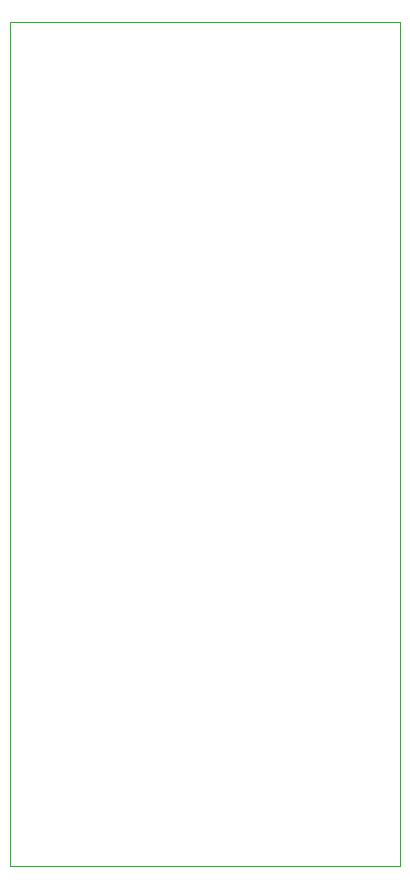
<source format=gm1>
%TF.GenerationSoftware,KiCad,Pcbnew,(6.0.2)*%
%TF.CreationDate,2022-02-24T00:22:58+01:00*%
%TF.ProjectId,mini-pcie-breakout,6d696e69-2d70-4636-9965-2d627265616b,rev?*%
%TF.SameCoordinates,Original*%
%TF.FileFunction,Profile,NP*%
%FSLAX46Y46*%
G04 Gerber Fmt 4.6, Leading zero omitted, Abs format (unit mm)*
G04 Created by KiCad (PCBNEW (6.0.2)) date 2022-02-24 00:22:58*
%MOMM*%
%LPD*%
G01*
G04 APERTURE LIST*
%TA.AperFunction,Profile*%
%ADD10C,0.100000*%
%TD*%
G04 APERTURE END LIST*
D10*
X43500000Y-28000000D02*
X43500000Y-99500000D01*
X76500000Y-28000000D02*
X43500000Y-28000000D01*
X76500000Y-99500000D02*
X76500000Y-28000000D01*
X43500000Y-99500000D02*
X76500000Y-99500000D01*
M02*

</source>
